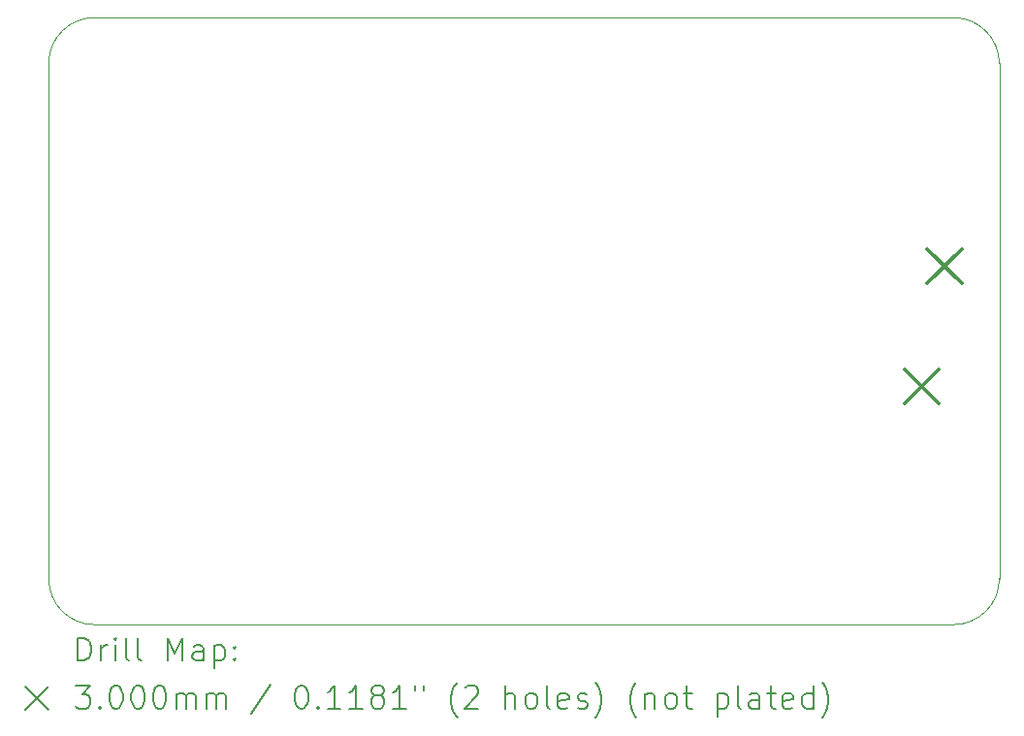
<source format=gbr>
%FSLAX45Y45*%
G04 Gerber Fmt 4.5, Leading zero omitted, Abs format (unit mm)*
G04 Created by KiCad (PCBNEW 6.0.0-d3dd2cf0fa~116~ubuntu20.04.1) date 2022-01-09 15:49:28*
%MOMM*%
%LPD*%
G01*
G04 APERTURE LIST*
%TA.AperFunction,Profile*%
%ADD10C,0.050000*%
%TD*%
%ADD11C,0.200000*%
%ADD12C,0.300000*%
G04 APERTURE END LIST*
D10*
X18300000Y-7640000D02*
X18300000Y-12140000D01*
X18300000Y-7640000D02*
G75*
G03*
X17900000Y-7240000I-400000J0D01*
G01*
X10000000Y-12140000D02*
X10000000Y-7640000D01*
X10400000Y-7240000D02*
G75*
G03*
X10000000Y-7640000I0J-400000D01*
G01*
X10400000Y-7240000D02*
X17900000Y-7240000D01*
X17900000Y-12540000D02*
X10400000Y-12540000D01*
X10000000Y-12140000D02*
G75*
G03*
X10400000Y-12540000I400000J0D01*
G01*
X17900000Y-12540000D02*
G75*
G03*
X18300000Y-12140000I0J400000D01*
G01*
D11*
D12*
X17470000Y-10310000D02*
X17770000Y-10610000D01*
X17770000Y-10310000D02*
X17470000Y-10610000D01*
X17672000Y-9260000D02*
X17972000Y-9560000D01*
X17972000Y-9260000D02*
X17672000Y-9560000D01*
D11*
X10255119Y-12852976D02*
X10255119Y-12652976D01*
X10302738Y-12652976D01*
X10331310Y-12662500D01*
X10350357Y-12681548D01*
X10359881Y-12700595D01*
X10369405Y-12738690D01*
X10369405Y-12767262D01*
X10359881Y-12805357D01*
X10350357Y-12824405D01*
X10331310Y-12843452D01*
X10302738Y-12852976D01*
X10255119Y-12852976D01*
X10455119Y-12852976D02*
X10455119Y-12719643D01*
X10455119Y-12757738D02*
X10464643Y-12738690D01*
X10474167Y-12729167D01*
X10493214Y-12719643D01*
X10512262Y-12719643D01*
X10578929Y-12852976D02*
X10578929Y-12719643D01*
X10578929Y-12652976D02*
X10569405Y-12662500D01*
X10578929Y-12672024D01*
X10588452Y-12662500D01*
X10578929Y-12652976D01*
X10578929Y-12672024D01*
X10702738Y-12852976D02*
X10683690Y-12843452D01*
X10674167Y-12824405D01*
X10674167Y-12652976D01*
X10807500Y-12852976D02*
X10788452Y-12843452D01*
X10778929Y-12824405D01*
X10778929Y-12652976D01*
X11036071Y-12852976D02*
X11036071Y-12652976D01*
X11102738Y-12795833D01*
X11169405Y-12652976D01*
X11169405Y-12852976D01*
X11350357Y-12852976D02*
X11350357Y-12748214D01*
X11340833Y-12729167D01*
X11321786Y-12719643D01*
X11283690Y-12719643D01*
X11264643Y-12729167D01*
X11350357Y-12843452D02*
X11331309Y-12852976D01*
X11283690Y-12852976D01*
X11264643Y-12843452D01*
X11255119Y-12824405D01*
X11255119Y-12805357D01*
X11264643Y-12786309D01*
X11283690Y-12776786D01*
X11331309Y-12776786D01*
X11350357Y-12767262D01*
X11445595Y-12719643D02*
X11445595Y-12919643D01*
X11445595Y-12729167D02*
X11464643Y-12719643D01*
X11502738Y-12719643D01*
X11521786Y-12729167D01*
X11531309Y-12738690D01*
X11540833Y-12757738D01*
X11540833Y-12814881D01*
X11531309Y-12833928D01*
X11521786Y-12843452D01*
X11502738Y-12852976D01*
X11464643Y-12852976D01*
X11445595Y-12843452D01*
X11626548Y-12833928D02*
X11636071Y-12843452D01*
X11626548Y-12852976D01*
X11617024Y-12843452D01*
X11626548Y-12833928D01*
X11626548Y-12852976D01*
X11626548Y-12729167D02*
X11636071Y-12738690D01*
X11626548Y-12748214D01*
X11617024Y-12738690D01*
X11626548Y-12729167D01*
X11626548Y-12748214D01*
X9797500Y-13082500D02*
X9997500Y-13282500D01*
X9997500Y-13082500D02*
X9797500Y-13282500D01*
X10236071Y-13072976D02*
X10359881Y-13072976D01*
X10293214Y-13149167D01*
X10321786Y-13149167D01*
X10340833Y-13158690D01*
X10350357Y-13168214D01*
X10359881Y-13187262D01*
X10359881Y-13234881D01*
X10350357Y-13253928D01*
X10340833Y-13263452D01*
X10321786Y-13272976D01*
X10264643Y-13272976D01*
X10245595Y-13263452D01*
X10236071Y-13253928D01*
X10445595Y-13253928D02*
X10455119Y-13263452D01*
X10445595Y-13272976D01*
X10436071Y-13263452D01*
X10445595Y-13253928D01*
X10445595Y-13272976D01*
X10578929Y-13072976D02*
X10597976Y-13072976D01*
X10617024Y-13082500D01*
X10626548Y-13092024D01*
X10636071Y-13111071D01*
X10645595Y-13149167D01*
X10645595Y-13196786D01*
X10636071Y-13234881D01*
X10626548Y-13253928D01*
X10617024Y-13263452D01*
X10597976Y-13272976D01*
X10578929Y-13272976D01*
X10559881Y-13263452D01*
X10550357Y-13253928D01*
X10540833Y-13234881D01*
X10531310Y-13196786D01*
X10531310Y-13149167D01*
X10540833Y-13111071D01*
X10550357Y-13092024D01*
X10559881Y-13082500D01*
X10578929Y-13072976D01*
X10769405Y-13072976D02*
X10788452Y-13072976D01*
X10807500Y-13082500D01*
X10817024Y-13092024D01*
X10826548Y-13111071D01*
X10836071Y-13149167D01*
X10836071Y-13196786D01*
X10826548Y-13234881D01*
X10817024Y-13253928D01*
X10807500Y-13263452D01*
X10788452Y-13272976D01*
X10769405Y-13272976D01*
X10750357Y-13263452D01*
X10740833Y-13253928D01*
X10731310Y-13234881D01*
X10721786Y-13196786D01*
X10721786Y-13149167D01*
X10731310Y-13111071D01*
X10740833Y-13092024D01*
X10750357Y-13082500D01*
X10769405Y-13072976D01*
X10959881Y-13072976D02*
X10978929Y-13072976D01*
X10997976Y-13082500D01*
X11007500Y-13092024D01*
X11017024Y-13111071D01*
X11026548Y-13149167D01*
X11026548Y-13196786D01*
X11017024Y-13234881D01*
X11007500Y-13253928D01*
X10997976Y-13263452D01*
X10978929Y-13272976D01*
X10959881Y-13272976D01*
X10940833Y-13263452D01*
X10931310Y-13253928D01*
X10921786Y-13234881D01*
X10912262Y-13196786D01*
X10912262Y-13149167D01*
X10921786Y-13111071D01*
X10931310Y-13092024D01*
X10940833Y-13082500D01*
X10959881Y-13072976D01*
X11112262Y-13272976D02*
X11112262Y-13139643D01*
X11112262Y-13158690D02*
X11121786Y-13149167D01*
X11140833Y-13139643D01*
X11169405Y-13139643D01*
X11188452Y-13149167D01*
X11197976Y-13168214D01*
X11197976Y-13272976D01*
X11197976Y-13168214D02*
X11207500Y-13149167D01*
X11226548Y-13139643D01*
X11255119Y-13139643D01*
X11274167Y-13149167D01*
X11283690Y-13168214D01*
X11283690Y-13272976D01*
X11378928Y-13272976D02*
X11378928Y-13139643D01*
X11378928Y-13158690D02*
X11388452Y-13149167D01*
X11407500Y-13139643D01*
X11436071Y-13139643D01*
X11455119Y-13149167D01*
X11464643Y-13168214D01*
X11464643Y-13272976D01*
X11464643Y-13168214D02*
X11474167Y-13149167D01*
X11493214Y-13139643D01*
X11521786Y-13139643D01*
X11540833Y-13149167D01*
X11550357Y-13168214D01*
X11550357Y-13272976D01*
X11940833Y-13063452D02*
X11769405Y-13320595D01*
X12197976Y-13072976D02*
X12217024Y-13072976D01*
X12236071Y-13082500D01*
X12245595Y-13092024D01*
X12255119Y-13111071D01*
X12264643Y-13149167D01*
X12264643Y-13196786D01*
X12255119Y-13234881D01*
X12245595Y-13253928D01*
X12236071Y-13263452D01*
X12217024Y-13272976D01*
X12197976Y-13272976D01*
X12178928Y-13263452D01*
X12169405Y-13253928D01*
X12159881Y-13234881D01*
X12150357Y-13196786D01*
X12150357Y-13149167D01*
X12159881Y-13111071D01*
X12169405Y-13092024D01*
X12178928Y-13082500D01*
X12197976Y-13072976D01*
X12350357Y-13253928D02*
X12359881Y-13263452D01*
X12350357Y-13272976D01*
X12340833Y-13263452D01*
X12350357Y-13253928D01*
X12350357Y-13272976D01*
X12550357Y-13272976D02*
X12436071Y-13272976D01*
X12493214Y-13272976D02*
X12493214Y-13072976D01*
X12474167Y-13101548D01*
X12455119Y-13120595D01*
X12436071Y-13130119D01*
X12740833Y-13272976D02*
X12626548Y-13272976D01*
X12683690Y-13272976D02*
X12683690Y-13072976D01*
X12664643Y-13101548D01*
X12645595Y-13120595D01*
X12626548Y-13130119D01*
X12855119Y-13158690D02*
X12836071Y-13149167D01*
X12826548Y-13139643D01*
X12817024Y-13120595D01*
X12817024Y-13111071D01*
X12826548Y-13092024D01*
X12836071Y-13082500D01*
X12855119Y-13072976D01*
X12893214Y-13072976D01*
X12912262Y-13082500D01*
X12921786Y-13092024D01*
X12931309Y-13111071D01*
X12931309Y-13120595D01*
X12921786Y-13139643D01*
X12912262Y-13149167D01*
X12893214Y-13158690D01*
X12855119Y-13158690D01*
X12836071Y-13168214D01*
X12826548Y-13177738D01*
X12817024Y-13196786D01*
X12817024Y-13234881D01*
X12826548Y-13253928D01*
X12836071Y-13263452D01*
X12855119Y-13272976D01*
X12893214Y-13272976D01*
X12912262Y-13263452D01*
X12921786Y-13253928D01*
X12931309Y-13234881D01*
X12931309Y-13196786D01*
X12921786Y-13177738D01*
X12912262Y-13168214D01*
X12893214Y-13158690D01*
X13121786Y-13272976D02*
X13007500Y-13272976D01*
X13064643Y-13272976D02*
X13064643Y-13072976D01*
X13045595Y-13101548D01*
X13026548Y-13120595D01*
X13007500Y-13130119D01*
X13197976Y-13072976D02*
X13197976Y-13111071D01*
X13274167Y-13072976D02*
X13274167Y-13111071D01*
X13569405Y-13349167D02*
X13559881Y-13339643D01*
X13540833Y-13311071D01*
X13531309Y-13292024D01*
X13521786Y-13263452D01*
X13512262Y-13215833D01*
X13512262Y-13177738D01*
X13521786Y-13130119D01*
X13531309Y-13101548D01*
X13540833Y-13082500D01*
X13559881Y-13053928D01*
X13569405Y-13044405D01*
X13636071Y-13092024D02*
X13645595Y-13082500D01*
X13664643Y-13072976D01*
X13712262Y-13072976D01*
X13731309Y-13082500D01*
X13740833Y-13092024D01*
X13750357Y-13111071D01*
X13750357Y-13130119D01*
X13740833Y-13158690D01*
X13626548Y-13272976D01*
X13750357Y-13272976D01*
X13988452Y-13272976D02*
X13988452Y-13072976D01*
X14074167Y-13272976D02*
X14074167Y-13168214D01*
X14064643Y-13149167D01*
X14045595Y-13139643D01*
X14017024Y-13139643D01*
X13997976Y-13149167D01*
X13988452Y-13158690D01*
X14197976Y-13272976D02*
X14178928Y-13263452D01*
X14169405Y-13253928D01*
X14159881Y-13234881D01*
X14159881Y-13177738D01*
X14169405Y-13158690D01*
X14178928Y-13149167D01*
X14197976Y-13139643D01*
X14226548Y-13139643D01*
X14245595Y-13149167D01*
X14255119Y-13158690D01*
X14264643Y-13177738D01*
X14264643Y-13234881D01*
X14255119Y-13253928D01*
X14245595Y-13263452D01*
X14226548Y-13272976D01*
X14197976Y-13272976D01*
X14378928Y-13272976D02*
X14359881Y-13263452D01*
X14350357Y-13244405D01*
X14350357Y-13072976D01*
X14531309Y-13263452D02*
X14512262Y-13272976D01*
X14474167Y-13272976D01*
X14455119Y-13263452D01*
X14445595Y-13244405D01*
X14445595Y-13168214D01*
X14455119Y-13149167D01*
X14474167Y-13139643D01*
X14512262Y-13139643D01*
X14531309Y-13149167D01*
X14540833Y-13168214D01*
X14540833Y-13187262D01*
X14445595Y-13206309D01*
X14617024Y-13263452D02*
X14636071Y-13272976D01*
X14674167Y-13272976D01*
X14693214Y-13263452D01*
X14702738Y-13244405D01*
X14702738Y-13234881D01*
X14693214Y-13215833D01*
X14674167Y-13206309D01*
X14645595Y-13206309D01*
X14626548Y-13196786D01*
X14617024Y-13177738D01*
X14617024Y-13168214D01*
X14626548Y-13149167D01*
X14645595Y-13139643D01*
X14674167Y-13139643D01*
X14693214Y-13149167D01*
X14769405Y-13349167D02*
X14778928Y-13339643D01*
X14797976Y-13311071D01*
X14807500Y-13292024D01*
X14817024Y-13263452D01*
X14826548Y-13215833D01*
X14826548Y-13177738D01*
X14817024Y-13130119D01*
X14807500Y-13101548D01*
X14797976Y-13082500D01*
X14778928Y-13053928D01*
X14769405Y-13044405D01*
X15131309Y-13349167D02*
X15121786Y-13339643D01*
X15102738Y-13311071D01*
X15093214Y-13292024D01*
X15083690Y-13263452D01*
X15074167Y-13215833D01*
X15074167Y-13177738D01*
X15083690Y-13130119D01*
X15093214Y-13101548D01*
X15102738Y-13082500D01*
X15121786Y-13053928D01*
X15131309Y-13044405D01*
X15207500Y-13139643D02*
X15207500Y-13272976D01*
X15207500Y-13158690D02*
X15217024Y-13149167D01*
X15236071Y-13139643D01*
X15264643Y-13139643D01*
X15283690Y-13149167D01*
X15293214Y-13168214D01*
X15293214Y-13272976D01*
X15417024Y-13272976D02*
X15397976Y-13263452D01*
X15388452Y-13253928D01*
X15378928Y-13234881D01*
X15378928Y-13177738D01*
X15388452Y-13158690D01*
X15397976Y-13149167D01*
X15417024Y-13139643D01*
X15445595Y-13139643D01*
X15464643Y-13149167D01*
X15474167Y-13158690D01*
X15483690Y-13177738D01*
X15483690Y-13234881D01*
X15474167Y-13253928D01*
X15464643Y-13263452D01*
X15445595Y-13272976D01*
X15417024Y-13272976D01*
X15540833Y-13139643D02*
X15617024Y-13139643D01*
X15569405Y-13072976D02*
X15569405Y-13244405D01*
X15578928Y-13263452D01*
X15597976Y-13272976D01*
X15617024Y-13272976D01*
X15836071Y-13139643D02*
X15836071Y-13339643D01*
X15836071Y-13149167D02*
X15855119Y-13139643D01*
X15893214Y-13139643D01*
X15912262Y-13149167D01*
X15921786Y-13158690D01*
X15931309Y-13177738D01*
X15931309Y-13234881D01*
X15921786Y-13253928D01*
X15912262Y-13263452D01*
X15893214Y-13272976D01*
X15855119Y-13272976D01*
X15836071Y-13263452D01*
X16045595Y-13272976D02*
X16026548Y-13263452D01*
X16017024Y-13244405D01*
X16017024Y-13072976D01*
X16207500Y-13272976D02*
X16207500Y-13168214D01*
X16197976Y-13149167D01*
X16178928Y-13139643D01*
X16140833Y-13139643D01*
X16121786Y-13149167D01*
X16207500Y-13263452D02*
X16188452Y-13272976D01*
X16140833Y-13272976D01*
X16121786Y-13263452D01*
X16112262Y-13244405D01*
X16112262Y-13225357D01*
X16121786Y-13206309D01*
X16140833Y-13196786D01*
X16188452Y-13196786D01*
X16207500Y-13187262D01*
X16274167Y-13139643D02*
X16350357Y-13139643D01*
X16302738Y-13072976D02*
X16302738Y-13244405D01*
X16312262Y-13263452D01*
X16331309Y-13272976D01*
X16350357Y-13272976D01*
X16493214Y-13263452D02*
X16474167Y-13272976D01*
X16436071Y-13272976D01*
X16417024Y-13263452D01*
X16407500Y-13244405D01*
X16407500Y-13168214D01*
X16417024Y-13149167D01*
X16436071Y-13139643D01*
X16474167Y-13139643D01*
X16493214Y-13149167D01*
X16502738Y-13168214D01*
X16502738Y-13187262D01*
X16407500Y-13206309D01*
X16674167Y-13272976D02*
X16674167Y-13072976D01*
X16674167Y-13263452D02*
X16655119Y-13272976D01*
X16617024Y-13272976D01*
X16597976Y-13263452D01*
X16588452Y-13253928D01*
X16578928Y-13234881D01*
X16578928Y-13177738D01*
X16588452Y-13158690D01*
X16597976Y-13149167D01*
X16617024Y-13139643D01*
X16655119Y-13139643D01*
X16674167Y-13149167D01*
X16750357Y-13349167D02*
X16759881Y-13339643D01*
X16778929Y-13311071D01*
X16788452Y-13292024D01*
X16797976Y-13263452D01*
X16807500Y-13215833D01*
X16807500Y-13177738D01*
X16797976Y-13130119D01*
X16788452Y-13101548D01*
X16778929Y-13082500D01*
X16759881Y-13053928D01*
X16750357Y-13044405D01*
M02*

</source>
